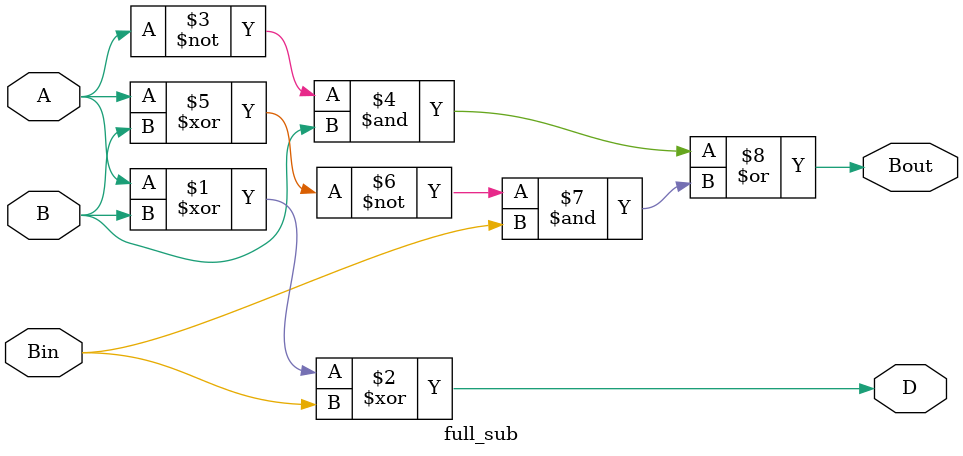
<source format=v>
module full_sub (
	input wire A,
	input wire B,
	input wire Bin,
	output wire D,
	output wire Bout
);
assign D = A ^ B ^ Bin;
assign Bout = (~A & B) | (~(A ^ B) & Bin);
endmodule

</source>
